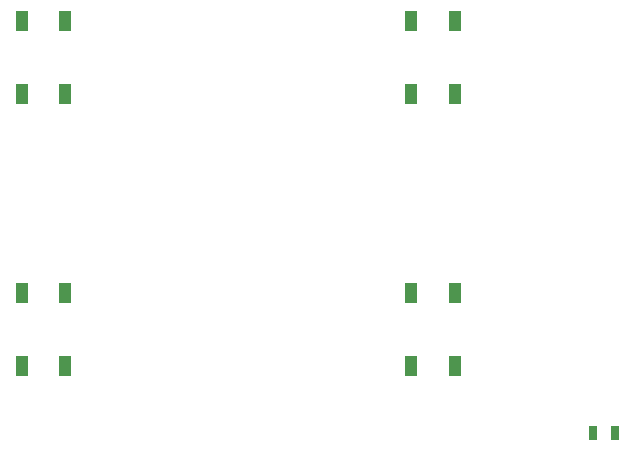
<source format=gbr>
G04 #@! TF.GenerationSoftware,KiCad,Pcbnew,5.1.5*
G04 #@! TF.CreationDate,2019-12-22T23:03:36+01:00*
G04 #@! TF.ProjectId,hh2020v1,68683230-3230-4763-912e-6b696361645f,rev?*
G04 #@! TF.SameCoordinates,Original*
G04 #@! TF.FileFunction,Paste,Top*
G04 #@! TF.FilePolarity,Positive*
%FSLAX46Y46*%
G04 Gerber Fmt 4.6, Leading zero omitted, Abs format (unit mm)*
G04 Created by KiCad (PCBNEW 5.1.5) date 2019-12-22 23:03:36*
%MOMM*%
%LPD*%
G04 APERTURE LIST*
%ADD10R,1.100000X1.800000*%
%ADD11R,0.700000X1.300000*%
G04 APERTURE END LIST*
D10*
X54958520Y-138104100D03*
X54958520Y-144304100D03*
X51258520Y-138104100D03*
X51258520Y-144304100D03*
X84258520Y-121304100D03*
X84258520Y-115104100D03*
X87958520Y-121304100D03*
X87958520Y-115104100D03*
D11*
X99616220Y-149936200D03*
X101516220Y-149936200D03*
D10*
X84258520Y-144304100D03*
X84258520Y-138104100D03*
X87958520Y-144304100D03*
X87958520Y-138104100D03*
X54958520Y-115104100D03*
X54958520Y-121304100D03*
X51258520Y-115104100D03*
X51258520Y-121304100D03*
M02*

</source>
